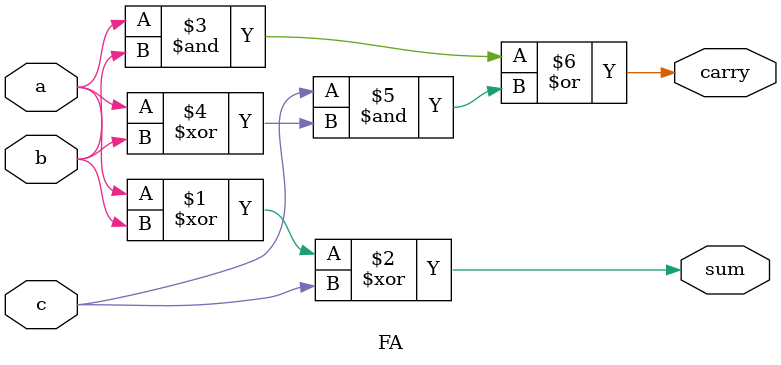
<source format=v>
module add_sub (c3, s, A, B, cin) ;
input [3:0]A,B;
input cin;
output [3:0]s;
output c3;
  
wire co,cl,c2;
wire b0,b1,b2,b3;
  
assign b0=cin^B[o];
assign bl=cin^B[1];
assign b2=cin^B[2];
assign b3=cin^B[3];
FA fal (.a(A[o]), .b(be), .c(cin), .sum(s[o]), .carry(c0));
FA fa2 (.a(A[1]), .b(b1), .c(co), .sum(s[1]), .carry(c1));
FA fa3 (.a(A[2]), .b(b2), .c(cl), .sum(s[2]), .carry(c2));
FA fa4 (.a(A[3]), .b(b3), .c(c2), .sum(s[3]), .carry(c3));
endmodule

module FA (sum, carry, a, b, c) ;
input a,b,c;
output carry,sum;
assign sum=a^b^c;
  assign carry=(a&b) | (c&(a^b));
endmodule

</source>
